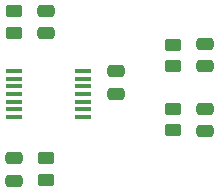
<source format=gtp>
%TF.GenerationSoftware,KiCad,Pcbnew,8.0.3*%
%TF.CreationDate,2024-06-12T09:31:00+02:00*%
%TF.ProjectId,W65C816 Latch,57363543-3831-4362-904c-617463682e6b,V1*%
%TF.SameCoordinates,PX54c81a0PY37b6b20*%
%TF.FileFunction,Paste,Top*%
%TF.FilePolarity,Positive*%
%FSLAX46Y46*%
G04 Gerber Fmt 4.6, Leading zero omitted, Abs format (unit mm)*
G04 Created by KiCad (PCBNEW 8.0.3) date 2024-06-12 09:31:00*
%MOMM*%
%LPD*%
G01*
G04 APERTURE LIST*
G04 Aperture macros list*
%AMRoundRect*
0 Rectangle with rounded corners*
0 $1 Rounding radius*
0 $2 $3 $4 $5 $6 $7 $8 $9 X,Y pos of 4 corners*
0 Add a 4 corners polygon primitive as box body*
4,1,4,$2,$3,$4,$5,$6,$7,$8,$9,$2,$3,0*
0 Add four circle primitives for the rounded corners*
1,1,$1+$1,$2,$3*
1,1,$1+$1,$4,$5*
1,1,$1+$1,$6,$7*
1,1,$1+$1,$8,$9*
0 Add four rect primitives between the rounded corners*
20,1,$1+$1,$2,$3,$4,$5,0*
20,1,$1+$1,$4,$5,$6,$7,0*
20,1,$1+$1,$6,$7,$8,$9,0*
20,1,$1+$1,$8,$9,$2,$3,0*%
G04 Aperture macros list end*
%ADD10RoundRect,0.250000X-0.450000X0.262500X-0.450000X-0.262500X0.450000X-0.262500X0.450000X0.262500X0*%
%ADD11RoundRect,0.250000X0.450000X-0.262500X0.450000X0.262500X-0.450000X0.262500X-0.450000X-0.262500X0*%
%ADD12R,1.475000X0.450000*%
%ADD13RoundRect,0.250000X0.475000X-0.250000X0.475000X0.250000X-0.475000X0.250000X-0.475000X-0.250000X0*%
%ADD14RoundRect,0.250000X-0.475000X0.250000X-0.475000X-0.250000X0.475000X-0.250000X0.475000X0.250000X0*%
G04 APERTURE END LIST*
D10*
%TO.C,R4*%
X17790000Y-8231500D03*
X17790000Y-10056500D03*
%TD*%
D11*
%TO.C,R3*%
X17770000Y-4619000D03*
X17770000Y-2794000D03*
%TD*%
D10*
%TO.C,R2*%
X4328000Y23500D03*
X4328000Y-1801500D03*
%TD*%
D11*
%TO.C,R1*%
X6975000Y-14247500D03*
X6975000Y-12422500D03*
%TD*%
D12*
%TO.C,IC1*%
X4301000Y-5035000D03*
X4301000Y-5685000D03*
X4301000Y-6335000D03*
X4301000Y-6985000D03*
X4301000Y-7635000D03*
X4301000Y-8285000D03*
X4301000Y-8935000D03*
X10177000Y-8935000D03*
X10177000Y-8285000D03*
X10177000Y-7635000D03*
X10177000Y-6985000D03*
X10177000Y-6335000D03*
X10177000Y-5685000D03*
X10177000Y-5035000D03*
%TD*%
D13*
%TO.C,C4*%
X20447000Y-4617000D03*
X20447000Y-2717000D03*
%TD*%
%TO.C,C3*%
X6985000Y-1823000D03*
X6985000Y77000D03*
%TD*%
D14*
%TO.C,C2*%
X4318000Y-12401000D03*
X4318000Y-14301000D03*
%TD*%
%TO.C,C1*%
X12954000Y-5035000D03*
X12954000Y-6935000D03*
%TD*%
%TO.C,C5*%
X20447000Y-8210000D03*
X20447000Y-10110000D03*
%TD*%
M02*

</source>
